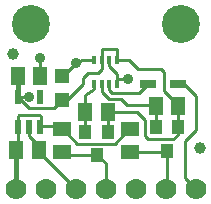
<source format=gbr>
G04 EAGLE Gerber RS-274X export*
G75*
%MOMM*%
%FSLAX34Y34*%
%LPD*%
%INTop Copper*%
%IPPOS*%
%AMOC8*
5,1,8,0,0,1.08239X$1,22.5*%
G01*
%ADD10C,3.216000*%
%ADD11R,0.550000X1.200000*%
%ADD12C,1.000000*%
%ADD13C,1.778000*%
%ADD14R,0.350000X0.700000*%
%ADD15R,1.300000X1.500000*%
%ADD16R,1.000000X1.200000*%
%ADD17R,1.300000X1.200000*%
%ADD18R,1.500000X1.300000*%
%ADD19R,1.350000X0.800000*%
%ADD20C,0.254000*%
%ADD21C,0.906400*%
%ADD22C,0.406400*%


D10*
X25400Y165100D03*
X152400Y165100D03*
D11*
X14630Y77169D03*
X24130Y77169D03*
X33630Y77169D03*
X33630Y103171D03*
X14630Y103171D03*
D12*
X168910Y59690D03*
X10160Y139700D03*
D13*
X12700Y25400D03*
X38100Y25400D03*
X63500Y25400D03*
X88900Y25400D03*
X114300Y25400D03*
X139700Y25400D03*
X165100Y25400D03*
D14*
X98650Y114210D03*
X92150Y114210D03*
X85650Y114210D03*
X79150Y114210D03*
X79150Y134710D03*
X85650Y134710D03*
X92150Y134710D03*
X98650Y134710D03*
D15*
X14630Y120650D03*
X33630Y120650D03*
D16*
X81280Y53500D03*
X71780Y73500D03*
X90780Y73500D03*
X140970Y57310D03*
X131470Y77310D03*
X150470Y77310D03*
D15*
X131470Y95250D03*
X150470Y95250D03*
X71780Y90170D03*
X90780Y90170D03*
D17*
X52070Y120650D03*
X52070Y100330D03*
D18*
X52070Y56540D03*
X52070Y75540D03*
X109220Y56540D03*
X109220Y75540D03*
D15*
X13360Y58420D03*
X32360Y58420D03*
D19*
X149860Y114300D03*
X124460Y114300D03*
D20*
X92150Y128830D02*
X92150Y134710D01*
X92150Y128830D02*
X98650Y122330D01*
X98650Y118600D01*
X98650Y114210D01*
X33630Y120650D02*
X33020Y121260D01*
X33020Y135890D01*
D21*
X33020Y135890D03*
D20*
X24130Y77169D02*
X24130Y69850D01*
X30480Y63500D01*
X30480Y60300D01*
X32360Y58420D01*
X32360Y56540D01*
X63500Y25400D01*
X99140Y118110D02*
X98650Y118600D01*
X99140Y118110D02*
X107950Y118110D01*
D21*
X107950Y118110D03*
D20*
X131470Y95250D02*
X131470Y77310D01*
X85650Y107390D02*
X85650Y114210D01*
X85650Y107390D02*
X91440Y101600D01*
X101600Y101600D01*
X106680Y96520D01*
X130200Y96520D01*
X131470Y95250D01*
X71780Y90170D02*
X71780Y73500D01*
X79150Y109630D02*
X79150Y114210D01*
X79150Y109630D02*
X71780Y104800D01*
X71780Y90170D01*
X92150Y108510D02*
X92150Y114210D01*
X92150Y108510D02*
X93980Y106680D01*
X116840Y106680D01*
X124460Y114300D01*
D22*
X12700Y56490D02*
X12700Y25400D01*
D20*
X14630Y77169D02*
X14630Y87020D01*
X15240Y87630D01*
X33020Y87630D01*
X34290Y86360D01*
X34290Y77829D01*
X33630Y77169D01*
X34290Y77829D02*
X34541Y78080D01*
X52070Y78080D01*
X52070Y75540D01*
X109220Y75540D02*
X109830Y76810D01*
X96520Y63500D01*
X64770Y63500D01*
X52730Y75540D01*
X52070Y75540D01*
X14630Y77169D02*
X14630Y58420D01*
X13360Y58420D01*
X12700Y58420D02*
X12700Y56490D01*
X12700Y58420D02*
X13360Y58420D01*
D22*
X14630Y103171D02*
X14630Y120650D01*
D20*
X85650Y134710D02*
X85650Y143510D01*
X98650Y143510D01*
X98650Y134710D01*
X150470Y95250D02*
X150470Y77310D01*
X90780Y73500D02*
X90780Y90170D01*
D21*
X24130Y102870D03*
D20*
X14931Y102870D01*
X14630Y103171D01*
X52070Y100330D02*
X55880Y100330D01*
X69850Y114300D01*
X69850Y119380D01*
X73660Y123190D01*
X82550Y123190D01*
X85650Y126290D01*
X85650Y134710D01*
X90780Y90170D02*
X115570Y90170D01*
X121920Y83820D01*
X121920Y69850D01*
X124460Y67310D01*
X146050Y67310D01*
X149860Y71120D01*
X149860Y76700D01*
X150470Y77310D01*
X150470Y95250D02*
X150470Y95910D01*
X138430Y107950D01*
X138430Y124460D01*
X135890Y127000D01*
X116520Y127000D01*
X108810Y134710D01*
X52070Y100330D02*
X45085Y93345D01*
X24456Y93345D01*
X14630Y103171D01*
X98650Y134710D02*
X108810Y134710D01*
X149860Y114300D02*
X154940Y114300D01*
X165100Y104140D01*
X165100Y74930D01*
X156210Y66040D01*
X156210Y34290D01*
X165100Y25400D01*
X56380Y53500D02*
X52070Y56540D01*
X56380Y53500D02*
X81280Y53500D01*
X88900Y47150D01*
X88900Y25400D01*
X140970Y26670D02*
X140970Y57310D01*
X140970Y26670D02*
X139700Y25400D01*
X140470Y56540D02*
X109220Y56540D01*
X140470Y56540D02*
X140970Y57310D01*
X69330Y134710D02*
X64023Y131943D01*
X69330Y134710D02*
X79150Y134710D01*
D21*
X64023Y131943D03*
D20*
X52730Y120650D02*
X52070Y120650D01*
X52730Y120650D02*
X64023Y131943D01*
M02*

</source>
